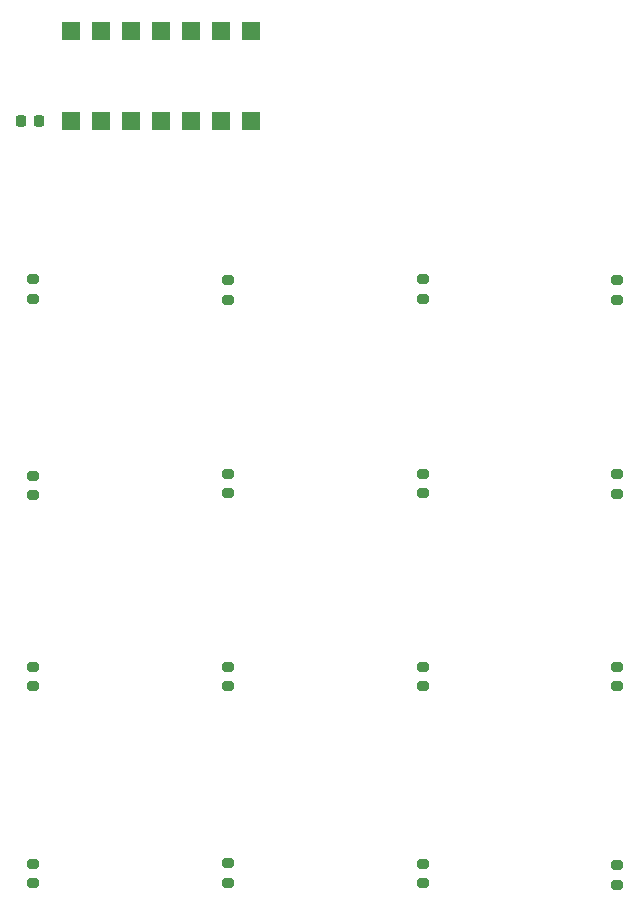
<source format=gbp>
%TF.GenerationSoftware,KiCad,Pcbnew,8.0.8*%
%TF.CreationDate,2025-02-24T16:27:27+09:00*%
%TF.ProjectId,keyboard,6b657962-6f61-4726-942e-6b696361645f,rev?*%
%TF.SameCoordinates,Original*%
%TF.FileFunction,Paste,Bot*%
%TF.FilePolarity,Positive*%
%FSLAX46Y46*%
G04 Gerber Fmt 4.6, Leading zero omitted, Abs format (unit mm)*
G04 Created by KiCad (PCBNEW 8.0.8) date 2025-02-24 16:27:27*
%MOMM*%
%LPD*%
G01*
G04 APERTURE LIST*
G04 Aperture macros list*
%AMRoundRect*
0 Rectangle with rounded corners*
0 $1 Rounding radius*
0 $2 $3 $4 $5 $6 $7 $8 $9 X,Y pos of 4 corners*
0 Add a 4 corners polygon primitive as box body*
4,1,4,$2,$3,$4,$5,$6,$7,$8,$9,$2,$3,0*
0 Add four circle primitives for the rounded corners*
1,1,$1+$1,$2,$3*
1,1,$1+$1,$4,$5*
1,1,$1+$1,$6,$7*
1,1,$1+$1,$8,$9*
0 Add four rect primitives between the rounded corners*
20,1,$1+$1,$2,$3,$4,$5,0*
20,1,$1+$1,$4,$5,$6,$7,0*
20,1,$1+$1,$6,$7,$8,$9,0*
20,1,$1+$1,$8,$9,$2,$3,0*%
G04 Aperture macros list end*
%ADD10R,1.600000X1.600000*%
%ADD11RoundRect,0.200000X0.275000X-0.200000X0.275000X0.200000X-0.275000X0.200000X-0.275000X-0.200000X0*%
%ADD12RoundRect,0.225000X0.225000X0.250000X-0.225000X0.250000X-0.225000X-0.250000X0.225000X-0.250000X0*%
G04 APERTURE END LIST*
D10*
%TO.C,U3*%
X118760000Y-69380000D03*
X121300000Y-69380000D03*
X123840000Y-69380000D03*
X126380000Y-69380000D03*
X128920000Y-69380000D03*
X131460000Y-69380000D03*
X134000000Y-69380000D03*
X134000000Y-77000000D03*
X131460000Y-77000000D03*
X128920000Y-77000000D03*
X126380000Y-77000000D03*
X123840000Y-77000000D03*
X121300000Y-77000000D03*
X118760000Y-77000000D03*
%TD*%
D11*
%TO.C,R7*%
X132000000Y-124825000D03*
X132000000Y-123175000D03*
%TD*%
D12*
%TO.C,C3*%
X116010000Y-77000000D03*
X114460000Y-77000000D03*
%TD*%
D11*
%TO.C,R1*%
X165000000Y-141625000D03*
X165000000Y-139975000D03*
%TD*%
%TO.C,R10*%
X165000000Y-108525000D03*
X165000000Y-106875000D03*
%TD*%
%TO.C,R14*%
X132000000Y-108500000D03*
X132000000Y-106850000D03*
%TD*%
%TO.C,R9*%
X165000000Y-92100000D03*
X165000000Y-90450000D03*
%TD*%
%TO.C,R4*%
X115500000Y-141500000D03*
X115500000Y-139850000D03*
%TD*%
%TO.C,R11*%
X148500000Y-92025000D03*
X148500000Y-90375000D03*
%TD*%
%TO.C,R13*%
X132000000Y-92100000D03*
X132000000Y-90450000D03*
%TD*%
%TO.C,R3*%
X132000000Y-141450000D03*
X132000000Y-139800000D03*
%TD*%
%TO.C,R16*%
X115500000Y-108650000D03*
X115500000Y-107000000D03*
%TD*%
%TO.C,R6*%
X148500000Y-124825000D03*
X148500000Y-123175000D03*
%TD*%
%TO.C,R2*%
X148500000Y-141500000D03*
X148500000Y-139850000D03*
%TD*%
%TO.C,R8*%
X115500000Y-124825000D03*
X115500000Y-123175000D03*
%TD*%
%TO.C,R15*%
X115500000Y-92025000D03*
X115500000Y-90375000D03*
%TD*%
%TO.C,R12*%
X148500000Y-108500000D03*
X148500000Y-106850000D03*
%TD*%
%TO.C,R5*%
X165000000Y-124825000D03*
X165000000Y-123175000D03*
%TD*%
M02*

</source>
